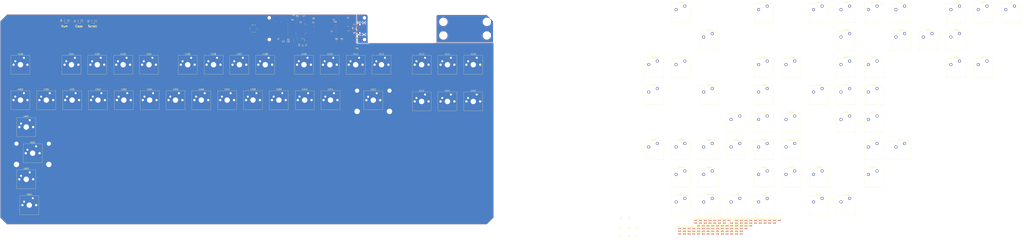
<source format=kicad_pcb>
(kicad_pcb (version 20210228) (generator pcbnew)
  (title_block (date "2021-03-30"))
  (layers (0 "F.Cu" signal) (1 "In1.Cu" signal) (2 "In2.Cu" signal) (31 "B.Cu" signal) (34 "B.Paste" user) (35 "F.Paste" user) (36 "B.SilkS" user "B.Silkscreen") (37 "F.SilkS" user "F.Silkscreen") (38 "B.Mask" user) (39 "F.Mask" user) (44 "Edge.Cuts" user))
  (net 0 "")
  (net 1 "GND")
  (net 2 "VCC")
  (net 3 "RST")
  (net 4 "SCK")
  (net 5 "MOSI")
  (net 6 "MISO")
  (net 7 "XTAL_1")
  (net 8 "XTAL_2")
  (net 9 "Net-(C3-Pad1)")
  (net 10 "Net-(D114-Pad2)")
  (net 11 "Net-(D206-Pad2)")
  (net 12 "Net-(D207-Pad2)")
  (net 13 "Net-(D304-Pad2)")
  (net 14 "Net-(D306-Pad2)")
  (net 15 "Net-(D307-Pad2)")
  (net 16 "row0")
  (net 17 "Net-(D314-Pad2)")
  (net 18 "Net-(D400-Pad2)")
  (net 19 "Net-(D401-Pad2)")
  (net 20 "Net-(D402-Pad2)")
  (net 21 "Net-(D406-Pad2)")
  (net 22 "Net-(D408-Pad2)")
  (net 23 "Net-(D409-Pad2)")
  (net 24 "Net-(D410-Pad2)")
  (net 25 "Net-(D500-Pad2)")
  (net 26 "Net-(D506-Pad2)")
  (net 27 "Net-(D508-Pad2)")
  (net 28 "Net-(D509-Pad2)")
  (net 29 "Net-(D510-Pad2)")
  (net 30 "Net-(D512-Pad2)")
  (net 31 "Net-(D600-Pad2)")
  (net 32 "Net-(D601-Pad2)")
  (net 33 "Net-(D104-Pad2)")
  (net 34 "Net-(D606-Pad2)")
  (net 35 "Net-(D106-Pad2)")
  (net 36 "Net-(D608-Pad2)")
  (net 37 "Net-(D609-Pad2)")
  (net 38 "Net-(D611-Pad2)")
  (net 39 "LED-CAPSLOCK")
  (net 40 "LED-SCROLLOCK")
  (net 41 "D+")
  (net 42 "D-")
  (net 43 "col5")
  (net 44 "col8")
  (net 45 "row3")
  (net 46 "row1")
  (net 47 "row4")
  (net 48 "row2")
  (net 49 "row5")
  (net 50 "col11")
  (net 51 "col0")
  (net 52 "col1")
  (net 53 "col12")
  (net 54 "col13")
  (net 55 "col6")
  (net 56 "col7")
  (net 57 "col9")
  (net 58 "col10")
  (net 59 "Net-(L1-Pad1)")
  (net 60 "Net-(L2-Pad1)")
  (net 61 "Net-(L3-Pad1)")
  (net 62 "col14")
  (net 63 "col15")
  (net 64 "GNDPWR")
  (net 66 "Net-(F1-Pad1)")
  (net 67 "backlight")
  (net 69 "CC1")
  (net 70 "CC2")
  (net 71 "Net-(R3-Pad2)")
  (net 72 "Net-(R7-Pad2)")
  (net 73 "Net-(R9-Pad1)")
  (net 75 "Net-(D100-Pad2)")
  (net 76 "Net-(D101-Pad2)")
  (net 77 "Net-(D102-Pad2)")
  (net 78 "Net-(D103-Pad2)")
  (net 79 "Net-(D105-Pad2)")
  (net 80 "Net-(D107-Pad2)")
  (net 81 "Net-(D108-Pad2)")
  (net 82 "Net-(D109-Pad2)")
  (net 83 "Net-(D110-Pad2)")
  (net 84 "Net-(D111-Pad2)")
  (net 85 "Net-(D112-Pad2)")
  (net 86 "Net-(D113-Pad2)")
  (net 87 "Net-(D115-Pad2)")
  (net 88 "Net-(D200-Pad2)")
  (net 89 "Net-(D201-Pad2)")
  (net 90 "Net-(K202-Pad2)")
  (net 91 "Net-(D203-Pad2)")
  (net 92 "Net-(K204-Pad2)")
  (net 93 "Net-(D205-Pad2)")
  (net 94 "Net-(K208-Pad2)")
  (net 95 "Net-(D209-Pad2)")
  (net 96 "Net-(D210-Pad2)")
  (net 97 "Net-(D211-Pad2)")
  (net 98 "Net-(D212-Pad2)")
  (net 99 "Net-(D213-Pad2)")
  (net 100 "Net-(D214-Pad2)")
  (net 101 "Net-(D215-Pad2)")
  (net 102 "Net-(D300-Pad2)")
  (net 103 "Net-(D301-Pad2)")
  (net 104 "Net-(D302-Pad2)")
  (net 105 "Net-(D303-Pad2)")
  (net 106 "Net-(D305-Pad2)")
  (net 107 "Net-(D308-Pad2)")
  (net 108 "Net-(D309-Pad2)")
  (net 109 "Net-(D310-Pad2)")
  (net 110 "Net-(D311-Pad2)")
  (net 111 "Net-(D312-Pad2)")
  (net 112 "Net-(D313-Pad2)")
  (net 113 "Net-(D315-Pad2)")
  (net 114 "Net-(D403-Pad2)")
  (net 115 "Net-(D404-Pad2)")
  (net 116 "Net-(D405-Pad2)")
  (net 117 "Net-(D407-Pad2)")
  (net 118 "Net-(D411-Pad2)")
  (net 119 "Net-(D412-Pad2)")
  (net 120 "Net-(D501-Pad2)")
  (net 121 "Net-(D502-Pad2)")
  (net 122 "Net-(D503-Pad2)")
  (net 123 "Net-(D504-Pad2)")
  (net 124 "Net-(D505-Pad2)")
  (net 125 "Net-(D507-Pad2)")
  (net 126 "Net-(D511-Pad2)")
  (net 127 "Net-(D513-Pad2)")
  (net 128 "Net-(D602-Pad2)")
  (net 129 "Net-(D603-Pad2)")
  (net 130 "Net-(D604-Pad2)")
  (net 131 "Net-(D605-Pad2)")
  (net 132 "Net-(D607-Pad2)")
  (net 133 "Net-(D610-Pad2)")
  (net 134 "Net-(D612-Pad2)")
  (net 135 "Net-(D613-Pad2)")
  (net 136 "Net-(D614-Pad2)")
  (footprint "Capacitor_SMD:C_0805_2012Metric_Pad1.18x1.45mm_HandSolder" (layer "F.Cu") (at 265 60.5 180)
    (fp_text reference "C8")
    (fp_text value "4.7u")
  )
  (footprint "LED_SMD:LED_0805_2012Metric_Pad1.15x1.40mm_HandSolder" (layer "F.Cu") (at 66.5 56.675 90)
    (fp_text reference "L3")
    (fp_text value "LED")
  )
  (footprint "Resistor_SMD:R_0603_1608Metric" (layer "F.Cu") (at 229.6 62.5)
    (fp_text reference "R3")
    (fp_text value "22")
  )
  (footprint "Capacitor_SMD:C_0603_1608Metric" (layer "F.Cu") (at 248.725 64.5)
    (fp_text reference "C4")
    (fp_text value "0.1u")
  )
  (footprint "LED_SMD:LED_0805_2012Metric_Pad1.15x1.40mm_HandSolder" (layer "F.Cu") (at 86.5 56.675 90)
    (fp_text reference "L1")
    (fp_text value "LED")
  )
  (footprint "Resistor_SMD:R_0603_1608Metric" (layer "F.Cu") (at 74.5 56.675 -90)
    (fp_text reference "R4")
    (fp_text value "1k")
  )
  (footprint "Resistor_SMD:R_0603_1608Metric" (layer "F.Cu") (at 248.725 60.5)
    (fp_text reference "R9")
    (fp_text value "10k")
  )
  (footprint "Resistor_SMD:R_0603_1608Metric" (layer "F.Cu") (at 234 70 180)
    (fp_text reference "R1")
    (fp_text value "10k")
  )
  (footprint "Resistor_SMD:R_0603_1608Metric" (layer "F.Cu") (at 84.5 56.675 -90)
    (fp_text reference "R2")
    (fp_text value "1k")
  )
  (footprint "Resistor_SMD:R_0603_1608Metric" (layer "F.Cu") (at 64.5 56.675 -90)
    (fp_text reference "R8")
    (fp_text value "1k")
  )
  (footprint "LED_SMD:LED_0805_2012Metric_Pad1.15x1.40mm_HandSolder" (layer "F.Cu") (at 76.5 56.675 90)
    (fp_text reference "L2")
    (fp_text value "LED")
  )
  (footprint "Capacitor_SMD:C_0603_1608Metric" (layer "F.Cu") (at 234 72 180)
    (fp_text reference "C6")
    (fp_text value "0.1u")
  )
  (footprint "Capacitor_SMD:C_0805_2012Metric_Pad1.18x1.45mm_HandSolder" (layer "F.Cu") (at 229.6 65.9 180)
    (fp_text reference "C3")
    (fp_text value "1u")
  )
  (footprint "Capacitor_SMD:C_0603_1608Metric" (layer "F.Cu") (at 241.5 55.6 90)
    (fp_text reference "C7")
    (fp_text value "0.1u")
  )
  (footprint "Capacitor_SMD:C_0603_1608Metric" (layer "F.Cu") (at 236.5 55.6 90)
    (fp_text reference "C5")
    (fp_text value "0.1u")
  )
  (footprint "Button_Switch_SMD:SW_SPST_TL3342" (layer "F.Cu") (at 204.5 62.5)
    (fp_text reference "SW1" hide)
    (fp_text value "SW_Push")
  )
  (footprint "Diode_SMD:D_0402_1005Metric_Pad0.77x0.64mm_HandSolder" (layer "F.Cu") (at 552.61 213.45)
    (fp_text reference "D207")
    (fp_text value "D")
  )
  (footprint "Button_Switch_Keyboard:SW_Cherry_MX_1.00u_PCB" (layer "F.Cu") (at 622.545 45.925)
    (fp_text reference "K310")
    (fp_text value "SW_Push")
  )
  (footprint "Button_Switch_Keyboard:SW_Cherry_MX_1.00u_PCB" (layer "F.Cu") (at 561.945 187.325)
    (fp_text reference "K407")
    (fp_text value "SW_Push")
  )
  (footprint "Resistor_SMD:R_0805_2012Metric_Pad1.20x1.40mm_HandSolder" (layer "F.Cu") (at 280.5 72)
    (fp_text reference "FB1")
    (fp_text value "FerriteBead_Small")
  )
  (footprint "Diode_SMD:D_0402_1005Metric_Pad0.77x0.64mm_HandSolder" (layer "F.Cu") (at 542.14 213.45)
    (fp_text reference "D102")
    (fp_text value "D")
  )
  (footprint "Button_Switch_Keyboard:SW_Cherry_MX_1.00u_PCB" (layer "F.Cu") (at 642.745 106.525)
    (fp_text reference "K314")
    (fp_text value "SW_Push")
  )
  (footprint "Diode_SMD:D_0402_1005Metric_Pad0.77x0.64mm_HandSolder" (layer "F.Cu") (at 540.08 203.5)
    (fp_text reference "D201")
    (fp_text value "D")
  )
  (footprint "Button_Switch_Keyboard:SW_Cherry_MX_1.00u_PCB" (layer "F.Cu") (at 662.945 45.925)
    (fp_text reference "K401")
    (fp_text value "SW_Push")
  )
  (footprint "Button_Switch_Keyboard:SW_Cherry_MX_1.00u_PCB" (layer "F.Cu") (at 501.345 106.525)
    (fp_text reference "K307")
    (fp_text value "SW_Push")
  )
  (footprint "Button_Switch_Keyboard:SW_Cherry_MX_1.00u_PCB" (layer "F.Cu") (at 622.545 106.525)
    (fp_text reference "K613")
    (fp_text value "SW_Push")
  )
  (footprint "Diode_SMD:D_0402_1005Metric_Pad0.77x0.64mm_HandSolder" (layer "F.Cu") (at 547.06 203.5)
    (fp_text reference "D106")
    (fp_text value "D")
  )
  (footprint "Button_Switch_Keyboard:SW_Cherry_MX_1.00u_PCB" (layer "F.Cu") (at 541.745 187.325)
    (fp_text reference "K609")
    (fp_text value "SW_Push")
  )
  (footprint "Diode_SMD:D_0402_1005Metric_Pad0.77x0.64mm_HandSolder" (layer "F.Cu") (at 566.57 203.5)
    (fp_text reference "D208")
    (fp_text value "D")
  )
  (footprint "Button_Switch_Keyboard:SW_Cherry_MX_1.00u_PCB" (layer "F.Cu") (at 723.545 45.925)
    (fp_text reference "K309")
    (fp_text value "SW_Push")
  )
  (footprint "Button_Switch_Keyboard:SW_Cherry_MX_1.00u_PCB" (layer "F.Cu") (at 521.545 146.925)
    (fp_text reference "K608")
    (fp_text value "SW_Push")
  )
  (footprint "Diode_SMD:D_0402_1005Metric_Pad0.77x0.64mm_HandSolder" (layer "F.Cu") (at 587.51 205.49)
    (fp_text reference "D410")
    (fp_text value "D")
  )
  (footprint "Button_Switch_Keyboard:SW_Cherry_MX_1.00u_PCB" (layer "F.Cu") (at 521.545 86.325)
    (fp_text reference "K406")
    (fp_text value "SW_Push")
  )
  (footprint "Diode_SMD:D_0402_1005Metric_Pad0.77x0.64mm_HandSolder" (layer "F.Cu") (at 566.57 205.49)
    (fp_text reference "D604")
    (fp_text value "D")
  )
  (footprint "Diode_SMD:D_0402_1005Metric_Pad0.77x0.64mm_HandSolder" (layer "F.Cu") (at 550.55 205.49)
    (fp_text reference "D608")
    (fp_text value "D")
  )
  (footprint "Button_Switch_Keyboard:SW_Cherry_MX_1.00u_PCB" (layer "F.Cu") (at 642.745 66.125)
    (fp_text reference "K408")
    (fp_text value "SW_Push")
  )
  (footprint "Diode_SMD:D_0402_1005Metric_Pad0.77x0.64mm_HandSolder" (layer "F.Cu") (at 552.61 209.47)
    (fp_text reference "D114")
    (fp_text value "D")
  )
  (footprint "Diode_SMD:D_0402_1005Metric_Pad0.77x0.64mm_HandSolder" (layer "F.Cu") (at 528.18 209.45)
    (fp_text reference "D211")
    (fp_text value "D")
  )
  (footprint "Diode_SMD:D_0402_1005Metric_Pad0.77x0.64mm_HandSolder" (layer "F.Cu") (at 563.08 203.5)
    (fp_text reference "D408")
    (fp_text value "D")
  )
  (footprint "Button_Switch_Keyboard:SW_Cherry_MX_1.00u_PCB" (layer "F.Cu") (at 73.04 83.92)
    (fp_text reference "K101")
    (fp_text value "SW_Push")
  )
  (footprint "Button_Switch_Keyboard:SW_Cherry_MX_1.00u_PCB" (layer "F.Cu") (at 743.745 45.925)
    (fp_text reference "K614")
    (fp_text value "SW_Push")
  )
  (footprint "MountingHole:MountingHole_2.2mm_M2" (layer "F.Cu") (at 474.55 218.45)
    (fp_text reference "H4")
    (fp_text value "MountingHole_2.2mm")
  )
  (footprint "Button_Switch_Keyboard:SW_Cherry_MX_1.00u_PCB" (layer "F.Cu") (at 263.54 109.92)
    (fp_text reference "K211")
    (fp_text value "SW_Push")
  )
  (footprint "Diode_SMD:D_0402_1005Metric_Pad0.77x0.64mm_HandSolder" (layer "F.Cu") (at 538.65 211.46)
    (fp_text reference "D205")
    (fp_text value "D")
  )
  (footprint "Diode_SMD:D_0402_1005Metric_Pad0.77x0.64mm_HandSolder" (layer "F.Cu") (at 543.57 205.49)
    (fp_text reference "D310")
    (fp_text value "D")
  )
  (footprint "Diode_SMD:D_0402_1005Metric_Pad0.77x0.64mm_HandSolder" (layer "F.Cu") (at 556.1 207.48)
    (fp_text reference "D614")
    (fp_text value "D")
  )
  (footprint "Diode_SMD:D_0402_1005Metric_Pad0.77x0.64mm_HandSolder" (layer "F.Cu") (at 545.63 211.46)
    (fp_text reference "D505")
    (fp_text value "D")
  )
  (footprint "Button_Switch_Keyboard:SW_Cherry_MX_1.00u_PCB" (layer "F.Cu") (at 763.945 45.925)
    (fp_text reference "K607")
    (fp_text value "SW_Push")
  )
  (footprint "Diode_SMD:D_0402_1005Metric_Pad0.77x0.64mm_HandSolder" (layer "F.Cu") (at 521.2 209.45)
    (fp_text reference "D502")
    (fp_text value "D")
  )
  (footprint "Button_Switch_Keyboard:SW_Cherry_MX_1.00u_PCB" (layer "F.Cu") (at 582.145 146.925)
    (fp_text reference "K508")
    (fp_text value "SW_Push")
  )
  (footprint "Diode_SMD:D_0402_1005Metric_Pad0.77x0.64mm_HandSolder" (layer "F.Cu") (at 554.04 203.5)
    (fp_text reference "D500")
    (fp_text value "D")
  )
  (footprint "Diode_SMD:D_0402_1005Metric_Pad0.77x0.64mm_HandSolder" (layer "F.Cu") (at 587.51 203.5)
    (fp_text reference "D204")
    (fp_text value "D")
  )
  (footprint "Diode_SMD:D_0402_1005Metric_Pad0.77x0.64mm_HandSolder" (layer "F.Cu") (at 531.67 213.45)
    (fp_text reference "D508")
    (fp_text value "D")
  )
  (footprint "Diode_SMD:D_0402_1005Metric_Pad0.77x0.64mm_HandSolder" (layer "F.Cu") (at 559.59 211.46)
    (fp_text reference "D109")
    (fp_text value "D")
  )
  (footprint "MountingHole:MountingHole_5.3mm_M5_ISO14580" (layer "F.Cu") (at 376 67.5)
    (fp_text reference "H15" hide)
    (fp_text value "MountingHole")
  )
  (footprint "Diode_SMD:D_0402_1005Metric_Pad0.77x0.64mm_HandSolder" (layer "F.Cu") (at 549.12 207.48)
    (fp_text reference "D403")
    (fp_text value "D")
  )
  (footprint "Button_Switch_Keyboard:SW_Cherry_MX_1.00u_PCB" (layer "F.Cu") (at 703.345 66.125)
    (fp_text reference "K512")
    (fp_text value "SW_Push")
  )
  (footprint "Diode_SMD:D_0402_1005Metric_Pad0.77x0.64mm_HandSolder" (layer "F.Cu") (at 542.14 209.47)
    (fp_text reference "D603")
    (fp_text value "D")
  )
  (footprint "Button_Switch_Keyboard:SW_Cherry_MX_1.00u_PCB" (layer "F.Cu") (at 244.04 83.92)
    (fp_text reference "K109")
    (fp_text value "SW_Push")
  )
  (footprint "Diode_SMD:D_0402_1005Metric_Pad0.77x0.64mm_HandSolder" (layer "F.Cu") (at 542.14 207.48)
    (fp_text reference "D108")
    (fp_text value "D")
  )
  (footprint "Diode_SMD:D_0402_1005Metric_Pad0.77x0.64mm_HandSolder" (layer "F.Cu") (at 563.08 213.45)
    (fp_text reference "D200")
    (fp_text value "D")
  )
  (footprint "Button_Switch_Keyboard:SW_Cherry_MX_1.00u_PCB" (layer "F.Cu") (at 92.54 109.92)
    (fp_text reference "K202")
    (fp_text value "SW_Push")
  )
  (footprint "Button_Switch_Keyboard:SW_Cherry_MX_1.00u_PCB" (layer "F.Cu") (at 541.745 106.525)
    (fp_text reference "K303")
    (fp_text value "SW_Push")
  )
  (footprint "Button_Switch_Keyboard:SW_Cherry_MX_1.00u_PCB" (layer "F.Cu") (at 662.945 106.525)
    (fp_text reference "K404")
    (fp_text value "SW_Push")
  )
  (footprint "Package_TO_SOT_SMD:SOT-23-6" (layer "F.Cu") (at 274 62.5 180)
    (fp_text reference "U1")
    (fp_text value "USBLC6-4SC6")
  )
  (footprint "Button_Switch_Keyboard:SW_Cherry_MX_1.00u_PCB" (layer "F.Cu") (at 582.145 106.525)
    (fp_text reference "K302")
    (fp_text value "SW_Push")
  )
  (footprint "Diode_SMD:D_0402_1005Metric_Pad0.77x0.64mm_HandSolder" (layer "F.Cu") (at 517.71 209.45)
    (fp_text reference "D503")
    (fp_text value "D")
  )
  (footprint "Button_Switch_Keyboard:SW_Cherry_MX_1.00u_PCB" (layer "F.Cu") (at 602.345 167.125)
    (fp_text reference "K507")
    (fp_text value "SW_Push")
  )
  (footprint "Diode_SMD:D_0402_1005Metric_Pad0.77x0.64mm_HandSolder" (layer "F.Cu") (at 584.02 203.5)
    (fp_text reference "D111")
    (fp_text value "D")
  )
  (footprint "Button_Switch_Keyboard:SW_Cherry_MX_1.00u_PCB" (layer "F.Cu") (at 349.54 83.92)
    (fp_text reference "K114")
    (fp_text value "SW_Push")
  )
  (footprint "Diode_SMD:D_0402_1005Metric_Pad0.77x0.64mm_HandSolder" (layer "F.Cu") (at 528.18 213.45)
    (fp_text reference "D501")
    (fp_text value "D")
  )
  (footprint "Button_Switch_Keyboard:SW_Cherry_MX_1.50u_PCB" (layer "F.Cu") (at 39.79 168.17)
    (fp_text reference "K603")
    (fp_text value "SW_Push")
  )
  (footprint "Diode_SMD:D_0402_1005Metric_Pad0.77x0.64mm_HandSolder" (layer "F.Cu") (at 517.71 213.43)
    (fp_text reference "D511")
    (fp_text value "D")
  )
  (footprint "Button_Switch_Keyboard:SW_Cherry_MX_1.00u_PCB" (layer "F.Cu") (at 111.04 83.92)
    (fp_text reference "K103")
    (fp_text value "SW_Push")
  )
  (footprint "Diode_SMD:D_0402_1005Metric_Pad0.77x0.64mm_HandSolder" (layer "F.Cu") (at 524.69 213.45)
    (fp_text reference "D304")
    (fp_text value "D")
  )
  (footprint "Diode_SMD:D_0402_1005Metric_Pad0.77x0.64mm_HandSolder" (layer "F.Cu") (at 545.63 207.48)
    (fp_text reference "D406")
    (fp_text value "D")
  )
  (footprint "Diode_SMD:D_0402_1005Metric_Pad0.77x0.64mm_HandSolder" (layer "F.Cu") (at 570.06 207.48)
    (fp_text reference "D313")
    (fp_text value "D")
  )
  (footprint "Button_Switch_Keyboard:SW_Cherry_MX_1.00u_PCB" (layer "F.Cu") (at 561.945 146.925)
    (fp_text reference "K503")
    (fp_text value "SW_Push")
  )
  (footprint "Resistor_SMD:R_0603_1608Metric" (layer "F.Cu") (at 269.325 71.5)
    (fp_text reference "R5")
    (fp_text value "5kΩ")
  )
  (footprint "Button_Switch_Keyboard:SW_Cherry_MX_1.00u_PCB" (layer "F.Cu") (at 582.145 86.325)
    (fp_text reference "K305")
    (fp_text value "SW_Push")
  )
  (footprint "Diode_SMD:D_0402_1005Metric_Pad0.77x0.64mm_HandSolder" (layer "F.Cu") (at 559.59 209.47)
    (fp_text reference "D405")
    (fp_text value "D")
  )
  (footprint "Button_Switch_Keyboard:SW_Cherry_MX_1.00u_PCB" (layer "F.Cu") (at 662.945 167.125)
    (fp_text reference "K412")
    (fp_text value "SW_Push")
  )
  (footprint "Button_Switch_Keyboard:SW_Cherry_MX_1.00u_PCB" (layer "F.Cu") (at 561.945 126.725)
    (fp_text reference "K411")
    (fp_text value "SW_Push")
  )
  (footprint "Button_Switch_Keyboard:SW_Cherry_MX_1.00u_PCB" (layer "F.Cu") (at 642.745 86.325)
    (fp_text reference "K605")
    (fp_text value "SW_Push")
  )
  (footprint "MountingHole:MountingHole_2.2mm_M2" (layer "F.Cu") (at 474.55 205)
    (fp_text reference "H6")
    (fp_text value "MountingHole_2.2mm")
  )
  (footprint "Button_Switch_Keyboard:SW_Cherry_MX_1.00u_PCB" (layer "F.Cu") (at 662.945 126.725)
    (fp_text reference "K311")
    (fp_text value "SW_Push")
  )
  (footprint "Button_Switch_Keyboard:SW_Cherry_MX_1.00u_PCB" (layer "F.Cu") (at 130.54 109.92)
    (fp_text reference "K204")
    (fp_text value "SW_Push")
  )
  (footprint "Button_Switch_Keyboard:SW_Cherry_MX_1.00u_PCB" (layer "F.Cu") (at 196.54 83.92)
    (fp_text reference "K107")
    (fp_text value "SW_Push")
  )
  (footprint "MountingHole:MountingHole_5.3mm_M5_ISO14580" (layer "F.Cu") (at 376 57.5)
    (fp_text reference "H16" hide)
    (fp_text value "MountingHole")
  )
  (footprint "MountingHole:MountingHole_2.2mm_M2" (layer "F.Cu") (at 286 54.5)
    (fp_text reference "H2" hide)
    (fp_text value "MountingHole2.2mm")
  )
  (footprint "Diode_SMD:D_0402_1005Metric_Pad0.77x0.64mm_HandSolder" (layer "F.Cu") (at 550.55 203.5)
    (fp_text reference "D512")
    (fp_text value "D")
  )
  (footprint "Diode_SMD:D_0402_1005Metric_Pad0.77x0.64mm_HandSolder" (layer "F.Cu") (at 542.14 211.46)
    (fp_text reference "D610")
    (fp_text value "D")
  )
  (footprint "Button_Switch_Keyboard:SW_Cherry_MX_1.00u_PCB" (layer "F.Cu") (at 282.04 83.92)
    (fp_text reference "K111")
    (fp_text value "SW_Push")
  )
  (footprint "Button_Switch_Keyboard:SW_Cherry_MX_1.00u_PCB" (layer "F.Cu") (at 35.54 83.92)
    (fp_text reference "K100")
    (fp_text value "SW_Push")
  )
  (footprint "MountingHole:MountingHole_2.2mm_M2" (layer "F.Cu") (at 216 54.5)
    (fp_text reference "H8" hide)
    (fp_text value "MountingHole2.2mm")
  )
  (footprint "Diode_SMD:D_0402_1005Metric_Pad0.77x0.64mm_HandSolder" (layer "F.Cu") (at 536.59 205.49)
    (fp_text reference "D513")
    (fp_text value "D")
  )
  (footprint "Button_Switch_Keyboard:SW_Cherry_MX_1.00u_PCB" (layer "F.Cu") (at 368.54 110.92)
    (fp_text reference "K215")
    (fp_text value "SW_Push")
  )
  (footprint "Diode_SMD:D_0402_1005Metric_Pad0.77x0.64mm_HandSolder" (layer "F.Cu") (at 559.59 213.45)
    (fp_text reference "D509")
    (fp_text value "D")
  )
  (footprint "Button_Switch_Keyboard:SW_Cherry_MX_1.00u_PCB" (layer "F.Cu") (at 723.545 66.125)
    (fp_text reference "K308")
    (fp_text value "SW_Push")
  )
  (footprint "MountingHole:MountingHole_5.3mm_M5_ISO14580" (layer "F.Cu") (at 344 57.5)
    (fp_text reference "H13" hide)
    (fp_text value "MountingHole")
  )
  (footprint "Button_Switch_Keyboard:SW_Cherry_MX_1.00u_PCB" (layer "F.Cu") (at 662.945 86.325)
    (fp_text reference "K400")
    (fp_text value "SW_Push")
  )
  (footprint "Diode_SMD:D_0402_1005Metric_Pad0.77x0.64mm_HandSolder" (layer "F.Cu") (at 556.1 211.46)
    (fp_text reference "D407")
    (fp_text value "D")
  )
  (footprint "Diode_SMD:D_0402_1005Metric_Pad0.77x0.64mm_HandSolder" (layer "F.Cu") (at 552.61 211.46)
    (fp_text reference "D401")
    (fp_text value "D")
  )
  (footprint "Button_Switch_Keyboard:SW_Cherry_MX_1.00u_PCB" (layer "F.Cu") (at 158.54 83.92)
    (fp_text reference "K105")
    (fp_text value "SW_Push")
  )
  (footprint "Button_Switch_Keyboard:SW_Cherry_MX_1.00u_PCB" (layer "F.Cu") (at 111.54 109.92)
    (fp_text reference "K203")
    (fp_text value "SW_Push")
  )
  (footprint "Button_Switch_Keyboard:SW_Cherry_MX_1.00u_PCB" (layer "F.Cu") (at 582.145 167.125)
    (fp_text reference "K513")
    (fp_text value "SW_Push")
  )
  (footprint "Diode_SMD:D_0402_1005Metric_Pad0.77x0.64mm_HandSolder" (layer "F.Cu") (at 531.67 209.47)
    (fp_text reference "D303")
    (fp_text value "D")
  )
  (footprint "Button_Switch_Keyboard:SW_Cherry_MX_1.00u_PCB" (layer "F.Cu") (at 541.745 146.925)
    (fp_text reference "K306")
    (fp_text value "SW_Push")
  )
  (footprint "MountingHole:MountingHole_2.2mm_M2" (layer "F.Cu") (at 480.5 205)
    (fp_text reference "H9")
    (fp_text value "MountingHole2.2mm")
  )
  (footprint "Button_Switch_Keyboard:SW_Cherry_MX_1.00u_PCB" (layer "F.Cu") (at 177.54 83.92)
    (fp_text reference "K106")
    (fp_text value "SW_Push")
  )
  (footprint "Button_Switch_Keyboard:SW_Cherry_MX_1.00u_PCB" (layer "F.Cu") (at 54.54 109.92)
    (fp_text reference "K200")
    (fp_text value "SW_Push")
  )
  (footprint "Button_Switch_Keyboard:SW_Cherry_MX_1.00u_PCB" (layer "F.Cu") (at 602.345 126.725)
    (fp_text reference "K505")
    (fp_text value "SW_Push")
  )
  (footprint "Button_Switch_Keyboard:SW_Cherry_MX_1.00u_PCB" (layer "F.Cu") (at 582.145 45.925)
    (fp_text reference "K611")
    (fp_text value "SW_Push")
  )
  (footprint "Diode_SMD:D_0402_1005Metric_Pad0.77x0.64mm_HandSolder" (layer "F.Cu") (at 528.18 211.46)
    (fp_text reference "D606")
    (fp_text value "D")
  )
  (footprint "Diode_SMD:D_0402_1005Metric_Pad0.77x0.64mm_HandSolder" (layer "F.Cu") (at 570.06 203.5)
    (fp_text reference "D409")
    (fp_text value "D")
  )
  (footprint "Button_Switch_Keyboard:SW_Cherry_MX_1.00u_PCB" (layer "F.Cu") (at 501.345 146.925)
    (fp_text reference "K506")
    (fp_text value "SW_Push")
  )
  (footprint "Resistor_SMD:R_0603_1608Metric" (layer "F.Cu") (at 265.315 71.5)
    (fp_text reference "R6")
    (fp_text value "5kΩ")
  )
  (footprint "Button_Switch_Keyboard:SW_Cherry_MX_1.00u_PCB" (layer "F.Cu") (at 215.54 83.92)
    (fp_text reference "K108")
    (fp_text value "SW_Push")
  )
  (footprint "Diode_SMD:D_0402_1005Metric_Pad0.77x0.64mm_HandSolder" (layer "F.Cu") (at 584.02 205.49)
    (fp_text reference "D302")
    (fp_text value "D")
  )
  (footprint "Button_Switch_Keyboard:SW_Cherry_MX_1.00u_PCB" (layer "F.Cu") (at 73.54 109.92)
    (fp_text reference "K201")
    (fp_text value "SW_Push")
  )
  (footprint "Diode_SMD:D_0402_1005Metric_Pad0.77x0.64mm_HandSolder" (layer "F.Cu") (at 545.63 213.45)
    (fp_text reference "D101")
    (fp_text value "D")
  )
  (footprint "Package_DFN_QFN:QFN-44-1EP_7x7mm_P0.5mm_EP5.2x5.2mm" (layer "F.Cu") (at 239 62.5)
    (fp_text reference "U2")
    (fp_text value "ATmega32U4-M")
  )
  (footprint "Button_Switch_Keyboard:SW_Cherry_MX_2.25u_PCB" (layer "F.Cu") (at 295 110)
    (fp_text reference "K212")
    (fp_text value "SW_Push")
  )
  (footprint "Diode_SMD:D_0402_1005Metric_Pad0.77x0.64mm_HandSolder" (layer "F.Cu") (at 577.04 205.49)
    (fp_text reference "D202")
    (fp_text value "D")
  )
  (footprint "Diode_SMD:D_0402_1005Metric_Pad0.77x0.64mm_HandSolder" (layer "F.Cu") (at 580.53 205.49)
    (fp_text reference "D308")
    (fp_text value "D")
  )
  (footprint "Diode_SMD:D_0402_1005Metric_Pad0.77x0.64mm_HandSolder" (layer "F.Cu") (at 556.1 205.49)
    (fp_text reference "D203")
    (fp_text value "D")
  )
  (footprint "Diode_SMD:D_0402_1005Metric_Pad0.77x0.64mm_HandSolder" (layer "F.Cu") (at 524.69 209.45)
    (fp_text reference "D601")
    (fp_text value "D")
  )
  (footprint "MountingHole:MountingHole_5.3mm_M5_ISO14580" (layer "F.Cu") (at 344 67.5)
    (fp_text reference "H14" hide)
    (fp_text value "MountingHole")
  )
  (footprint "Diode_SMD:D_0402_1005Metric_Pad0.77x0.64mm_HandSolder" (layer "F.Cu") (at 566.57 207.48)
    (fp_text reference "D602")
    (fp_text value "D")
  )
  (footprint "Diode_SMD:D_0402_1005Metric_Pad0.77x0.64mm_HandSolder" (layer "F.Cu") (at 573.55 205.49)
    (fp_text reference "D411")
    (fp_text value "D")
  )
  (footprint "MountingHole:MountingHole_2.2mm_M2" (layer "F.Cu") (at 216 70.5)
    (fp_text reference "H11" hide)
    (fp_text value "MountingHole_2.2mm")
  )
  (footprint "Diode_SMD:D_0402_1005Metric_Pad0.77x0.64mm_HandSolder" (layer "F.Cu") (at 524.69 211.44)
    (fp_text reference "D104")
    (fp_text value "D")
  )
  (footprint "Button_Switch_Keyboard:SW_Cherry_MX_1.75u_PCB" (layer "F.Cu") (at 42.04 187.17)
    (fp_text reference "K604")
    (fp_text value "SW_Push")
  )
  (footprint "Button_Switch_Keyboard:SW_Cherry_MX_1.00u_PCB" (layer "F.Cu") (at 187.54 109.92)
    (fp_text reference "K207")
    (fp_text value "SW_Push")
  )
  (footprint "Button_Switch_Keyboard:SW_Cherry_MX_1.00u_PCB" (layer "F.Cu") (at 206.54 109.92)
    (fp_text reference "K208")
    (fp_text value "SW_Push")
  )
  (footprint "Diode_SMD:D_0402_1005Metric_Pad0.77x0.64mm_HandSolder" (layer "F.Cu") (at 559.59 205.49)
    (fp_text reference "D510")
    (fp_text value "D")
  )
  (footprint "Diode_SMD:D_0402_1005Metric_Pad0.77x0.64mm_HandSolder" (layer "F.Cu") (at 556.1 209.47)
    (fp_text reference "D402")
    (fp_text value "D")
  )
  (footprint "Button_Switch_Keyboard:SW_Cherry_MX_1.00u_PCB" (layer "F.Cu") (at 225.54 109.92)
    (fp_text reference "K209")
    (fp_text value "SW_Push")
  )
  (footprint "Diode_SMD:D_0402_1005Metric_Pad0.77x0.64mm_HandSolder" (layer "F.Cu") (at 517.71 211.44)
    (fp_text reference "D309")
    (fp_text value "D")
  )
  (footprint "Button_Switch_Keyboard:SW_Cherry_MX_1.00u_PCB" (layer "F.Cu") (at 244.54 109.92)
    (fp_text reference "K210")
    (fp_text value "SW_Push")
  )
  (footprint "MountingHole:MountingHole_2.2mm_M2" (layer "F.Cu") (at 286 70.5)
    (fp_text reference "H5" hide)
    (fp_text value "MountingHole_2.2mm")
  )
  (footprint "MountingHole:MountingHole_2.2mm_M2" (layer "F.Cu") (at 480.5 218.45)
    (fp_text reference "H3")
    (fp_text value "MountingHole2.2mm")
  )
  (footprint "Button_Switch_Keyboard:SW_Cherry_MX_1.00u_PCB" (layer "F.Cu") (at 642.745 187.325)
    (fp_text reference "K511")
    (fp_text value "SW_Push")
  )
  (footprint "Diode_SMD:D_0402_1005Metric_Pad0.77x0.64mm_HandSolder" (layer "F.Cu") (at 535.16 207.48)
    (fp_text reference "D103")
    (fp_text value "D")
  )
  (footprint "Diode_SMD:D_0402_1005Metric_Pad0.77x0.64mm_HandSolder" (layer "F.Cu") (at 529.61 205.49)
    (fp_text reference "D107")
    (fp_text value "D")
  )
  (footprint "Diode_SMD:D_0402_1005Metric_Pad0.77x0.64mm_HandSolder" (layer "F.Cu") (at 559.59 207.48)
    (fp_text reference "D600")
    (fp_text value "D")
  )
  (footprint "Diode_SMD:D_0402_1005Metric_Pad0.77x0.64mm_HandSolder" (layer "F.Cu") (at 543.57 203.5)
    (fp_text reference "D213")
    (fp_text value "D")
  )
  (footprint "MountingHole:MountingHole_2.2mm_M2" (layer "F.Cu") (at 486.45 212.5)
    (fp_text reference "H12")
    (fp_text value "MountingHole_2.2mm")
  )
  (footprint "Connector_USB:USB_C_Receptacle_JAE_DX07S016JA1R1500" (layer "F.Cu") (at 284.5 62.5 90)
    (fp_text reference "J1")
    (fp_text value "USB_C_Receptacle_USB2.0")
  )
  (footprint "Diode_SMD:D_0402_1005Metric_Pad0.77x0.64mm_HandSolder" (layer "F.Cu") (at 577.04 203.5)
    (fp_text reference "D605")
    (fp_text value "D")
  )
  (footprint "Button_Switch_Keyboard:SW_Cherry_MX_1.00u_PCB" (layer "F.Cu") (at 602.345 86.325)
    (fp_text reference "K304")
    (fp_text value "SW_Push")
  )
  (footprint "Button_Switch_Keyboard:SW_Cherry_MX_1.00u_PCB" (layer "F.Cu") (at 743.745 86.325)
    (fp_text reference "K300")
    (fp_text value "SW_Push")
  )
  (footprint "Button_Switch_Keyboard:SW_Cherry_MX_1.50u_PCB" (layer "F.Cu") (at 39.79 129.75)
    (fp_text reference "K601")
    (fp_text value "SW_Push")
  )
  (footprint "Diode_SMD:D_0402_1005Metric_Pad0.77x0.64mm_HandSolder" (layer "F.Cu") (at 531.67 211.46)
    (fp_text reference "D306")
    (fp_text value "D")
  )
  (footprint "Diode_SMD:D_0402_1005Metric_Pad0.77x0.64mm_HandSolder" (layer "F.Cu") (at 547.06 205.49)
    (fp_text reference "D212")
    (fp_text value "D")
  )
  (footprint "Button_Switch_Keyboard:SW_Cherry_MX_1.00u_PCB" (layer "F.Cu") (at 149.54 109.92)
    (fp_text reference "K205")
    (fp_text value "SW_Push")
  )
  (footprint "Button_Switch_Keyboard:SW_Cherry_MX_1.00u_PCB" (layer "F.Cu") (at 683.145 45.925)
    (fp_text reference "K301")
    (fp_text value "SW_Push")
  )
  (footprint "Diode_SMD:D_0402_1005Metric_Pad0.77x0.64mm_HandSolder" (layer "F.Cu") (at 573.55 203.5)
    (fp_text reference "D301")
    (fp_text value "D")
  )
  (footprint "Diode_SMD:D_0402_1005Metric_Pad0.77x0.64mm_HandSolder" (layer "F.Cu") (at 535.16 213.45)
    (fp_text reference "D115")
    (fp_text value "D")
  )
  (footprint "Button_Switch_Keyboard:SW_Cherry_MX_1.00u_PCB" (layer "F.Cu") (at 130.04 83.92)
    (fp_text reference "K104")
    (fp_text value "SW_Push")
  )
  (footprint "Diode_SMD:D_0402_1005Metric_Pad0.77x0.64mm_HandSolder" (layer "F.Cu") (at 566.57 209.47)
    (fp_text reference "D206")
    (fp_text value "D")
  )
  (footprint "Diode_SMD:D_0402_1005Metric_Pad0.77x0.64mm_HandSolder" (layer "F.Cu") (at 536.59 203.5)
    (fp_text reference "D215")
    (fp_text value "D")
  )
  (footprint "Diode_SMD:D_0402_1005Metric_Pad0.77x0.64mm_HandSolder" (layer "F.Cu") (at 563.08 209.47)
    (fp_text reference "D506")
    (fp_text value "D")
  )
  (footprint "Diode_SMD:D_0402_1005Metric_Pad0.77x0.64mm_HandSolder" (layer "F.Cu") (at 521.2 213.43)
    (fp_text reference "D504")
    (fp_text value "D")
  )
  (footprint "Button_Switch_Keyboard:SW_Cherry_MX_1.00u_PCB" (layer "F.Cu") (at 368.54 83.92)
    (fp_text reference "K115")
    (fp_text value "SW_Push")
  )
  (footprint "Button_Switch_Keyboard:SW_Cherry_MX_1.00u_PCB" (layer "F.Cu") (at 582.145 126.725)
    (fp_text reference "K403")
    (fp_text value "SW_Push")
  )
  (footprint "Diode_SMD:D_0402_1005Metric_Pad0.77x0.64mm_HandSolder" (layer "F.Cu") (at 563.08 207.48)
    (fp_text reference "D613")
    (fp_text value "D")
  )
  (footprint "Diode_SMD:D_0402_1005Metric_Pad0.77x0.64mm_HandSolder" (layer "F.Cu") (at 538.65 209.47)
    (fp_text reference "D307")
    (fp_text value "D")
  )
  (footprint "Diode_SMD:D_0402_1005Metric_Pad0.77x0.64mm_HandSolder" (layer "F.Cu") (at 556.1 213.45)
    (fp_text reference "D300")
    (fp_text value "D")
  )
  (footprint "Button_Switch_Keyboard:SW_Cherry_MX_1.00u_PCB" (layer "F.Cu") (at 263.04 83.92)
    (fp_text reference "K110")
    (fp_text value "SW_Push")
  )
  (footprint "Button_Switch_Keyboard:SW_Cherry_MX_1.00u_PCB" (layer "F.Cu") (at 683.145 66.125)
    (fp_text reference "K610")
    (fp_text value "SW_Push")
  )
  (footprint "Button_Switch_Keyboard:SW_Cherry_MX_1.00u_PCB" (layer "F.Cu") (at 683.145 146.925)
    (fp_text reference "K312")
    (fp_text value "SW_Push")
  )
  (footprint "Button_Switch_Keyboard:SW_Cherry_MX_1.00u_PCB" (layer "F.Cu") (at 642.745 45.925)
    (fp_text reference "K501")
    (fp_text value "SW_Push")
  )
  (footprint "Button_Switch_Keyboard:SW_Cherry_MX_1.00u_PCB" (layer "F.Cu") (at 349.54 110.92)
    (fp_text reference "K214")
    (fp_text value "SW_Push")
  )
  (footprint "Diode_SMD:D_0402_1005Metric_Pad0.77x0.64mm_HandSolder" (layer "F.Cu") (at 538.65 207.48)
    (fp_text reference "D113")
    (fp_text value "D")
  )
  (footprint "Diode_SMD:D_0402_1005Metric_Pad0.77x0.64mm_HandSolder" (layer "F.Cu") (at 549.12 211.46)
    (fp_text reference "D112")
    (fp_text value "D")
  )
  (footprint "Button_Switch_Keyboard:SW_Cherry_MX_1.00u_PCB" (layer "F.Cu") (at 330.54 83.92)
    (fp_text reference "K113")
    (fp_text value "SW_Push")
  )
  (footprint "Diode_SMD:D_0402_1005Metric_Pad0.77x0.64mm_HandSolder" (layer "F.Cu") (at 531.67 207.48)
    (fp_text reference "D607")
    (fp_text value "D")
  )
  (footprint "Button_Switch_Keyboard:SW_Cherry_MX_2.00u_PCB" (layer "F.Cu") (at 44.5 149)
    (fp_text reference "K602")
    (fp_text value "SW_Push")
  )
  (footprint "Button_Switch_Keyboard:SW_Cherry_MX_1.00u_PCB" (layer "F.Cu") (at 662.945 146.925)
    (fp_text reference "K315")
    (fp_text value "SW_Push")
  )
  (footprint "Button_Switch_Keyboard:SW_Cherry_MX_1.00u_PCB" (layer "F.Cu") (at 92.04 83.92)
    (fp_text reference "K102")
    (fp_text value "SW_Push")
  )
  (footprint "Button_Switch_Keyboard:SW_Cherry_MX_1.00u_PCB" (layer "F.Cu") (at 168.54 109.92)
    (fp_text reference "K206")
    (fp_text value "SW_Push")
  )
  (footprint "Resistor_SMD:R_0805_2012Metric_Pad1.20x1.40mm_HandSolder" (layer "F.Cu") (at 265 64.5)
    (fp_text reference "F1")
    (fp_text value "Polyfuse_Small")
  )
  (footprint "Button_Switch_Keyboard:SW_Cherry_MX_1.00u_PCB" (layer "F.Cu") (at 521.545 167.125)
    (fp_text reference "K410")
    (fp_text value "SW_Push")
  )
  (footprint "lt_foots:Conn_01x06_SMD_2mm" (layer "F.Cu") (at 222.5 57.5)
    (fp_text reference "J2")
    (fp_text value "ISP_CON")
  )
  (footprint "Button_Switch_Keyboard:SW_Cherry_MX_1.00u_PCB" (layer "F.Cu") (at 723.545 86.325)
    (fp_text reference "K502")
    (fp_text value "SW_Push")
  )
  (footprint "MountingHole:MountingHole_2.2mm_M2" (layer "F.Cu") (at 480.5 212.5)
    (fp_text reference "H10")
    (fp_text value "MountingHole_2.2mm")
  )
  (footprint "Diode_SMD:D_0402_1005Metric_Pad0.77x0.64mm_HandSolder" (layer "F.Cu") (at 559.59 203.5)
    (fp_text reference "D314")
    (fp_text value "D")
  )
  (footprint "Button_Switch_Keyboard:SW_Cherry_MX_1.00u_PCB" (layer "F.Cu") (at 541.745 167.125)
    (fp_text reference "K500")
    (fp_text value "SW_Push")
  )
  (footprint "Diode_SMD:D_0402_1005Metric_Pad0.77x0.64mm_HandSolder" (layer "F.Cu") (at 540.08 205.49)
    (fp_text reference "D311")
    (fp_text value "D")
  )
  (footprint "Resistor_SMD:R_0603_1608Metric" (layer "F.Cu") (at 229.59 59.4)
    (fp_text reference "R7")
    (fp_text value "22")
  )
  (footprint "MountingHole:MountingHole_2.2mm_M2" (layer "F.Cu") (at 474.55 212.5)
    (fp_text reference "H1")
    (fp_text value "MountingHole2.2mm")
  )
  (footprint "Diode_SMD:D_0402_1005Metric_Pad0.77x0.64mm_HandSolder" (layer "F.Cu") (at 545.63 209.47)
    (fp_text reference "D305")
    (fp_text value "D")
  )
  (footprint "Diode_SMD:D_0402_1005Metric_Pad0.77x0.64mm_HandSolder" (layer "F.Cu") (at 533.1 203.5)
    (fp_text reference "D507")
    (fp_text value "D")
  )
  (footprint "Capacitor_SMD:C_0603_1608Metric_Pad1.08x0.95mm_HandSolder" (layer "F.Cu") (at 238 71 -90)
    (fp_text reference "C2")
    (fp_text value "10pF")
  )
  (footprint "Capacitor_SMD:C_0603_1608Metric_Pad1.08x0.95mm_HandSolder" (layer "F.Cu") (at 243 71 90)
    (fp_text reference "C1")
    (fp_text value "10pF")
  )
  (footprint "Diode_SMD:D_0402_1005Metric_Pad0.77x0.64mm_HandSolder" (layer "F.Cu") (at 591 203.5)
    (fp_text reference "D100")
    (fp_text value "D")
  )
  (footprint "Button_Switch_Keyboard:SW_Cherry_MX_1.00u_PCB" (layer "F.Cu") (at 622.545 187.325)
    (fp_text reference "K409")
    (fp_text value "SW_Push")
  )
  (footprint "Button_Switch_Keyboard:SW_Cherry_MX_1.00u_PCB" (layer "F.Cu") (at 35.54 109.92)
    (fp_text reference "K600")
    (fp_text value "SW_Push")
  )
  (footprint "Diode_SMD:D_0402_1005Metric_Pad0.77x0.64mm_HandSolder" (layer "F.Cu") (at 549.12 213.45)
    (fp_text reference "D312")
    (fp_text value "D")
  )
  (footprint "Diode_SMD:D_0402_1005Metric_Pad0.77x0.64mm_HandSolder" (layer "F.Cu") (at 563.08 211.46)
    (fp_text reference "D209")
    (fp_text value "D")
  )
  (footprint "Diode_SMD:D_0402_1005Metric_Pad0.77x0.64mm_HandSolder" (layer "F.Cu") (at 535.16 211.46)
    (fp_text reference "D105")
    (fp_text value "D")
  )
  (footprint "Diode_SMD:D_0402_1005Metric_Pad0.77x0.64mm_HandSolder" (layer "F.Cu") (at 538.65 213.45)
    (fp_text reference "D315")
    (fp_text value "D")
  )
  (footprint "Diode_SMD:D_0402_1005Metric_Pad0.77x0.64mm_HandSolder" (layer "F.Cu") (at 521.2 211.44)
    (fp_text reference "D210")
    (fp_text value "D")
  )
  (footprint "Button_Switch_Keyboard:SW_Cherry_MX_1.00u_PCB" (layer "F.Cu") (at 521.545 45.925)
    (fp_text reference "K405")
    (fp_text value "SW_Push")
  )
  (footprint "Diode_SMD:D_0402_1005Metric_Pad0.77x0.64mm_HandSolder" (layer "F.Cu") (at 280.5 69.5)
    (fp_text reference "D1")
    (fp_text value "ESD9B5.0ST5G")
  )
  (footprint "Button_Switch_Keyboard:SW_Cherry_MX_1.00u_PCB" (layer "F.Cu") (at 582.145 187.325)
    (fp_text reference "K313")
    (fp_text value "SW_Push")
  )
  (footprint "MountingHole:MountingHole_2.2mm_M2" (layer "F.Cu") (at 486.45 218.45)
    (fp_text reference "H7")
    (fp_text value "MountingHole2.2mm")
  )
  (footprint "Diode_SMD:D_0402_1005Metric_Pad0.77x0.64mm_HandSolder" (layer "F.Cu") (at 563.08 205.49)
    (fp_text reference "D609")
    (fp_text value "D")
  )
  (footprint "Diode_SMD:D_0402_1005Metric_Pad0.77x0.64mm_HandSolder" (layer "F.Cu") (at 580.53 203.5)
    (fp_text reference "D214")
    (fp_text value "D")
  )
  (footprint "Button_Switch_Keyboard:SW_Cherry_MX_1.00u_PCB" (layer "F.Cu") (at 330.54 110.92)
    (fp_text reference "K213")
    (fp_text value "SW_Push")
  )
  (footprint "Diode_SMD:D_0402_1005Metric_Pad0.77x0.64mm_HandSolder" (layer "F.Cu") (at 529.61 203.5)
    (fp_text reference "D400")
    (fp_text value "D")
  )
  (footprint "Button_Switch_Keyboard:SW_Cherry_MX_1.00u_PCB" (layer "F.Cu") (at 642.745 126.725)
    (fp_text reference "K504")
    (fp_text value "SW_Push")
  )
  (footprint "Button_Switch_Keyboard:SW_Cherry_MX_1.00u_PCB" (layer "F.Cu") (at 501.345 86.325)
    (fp_text reference "K606")
    (fp_text value "SW_Push")
  )
  (footprint "Button_Switch_Keyboard:SW_Cherry_MX_1.00u_PCB" (layer "F.Cu") (at 622.545 167.125)
    (fp_text reference "K509")
    (fp_text value "SW_Push")
  )
  (footprint "Diode_SMD:D_0402_1005Metric_Pad0.77x0.64mm_HandSolder" (layer "F.Cu") (at 570.06 205.49)
    (fp_text reference "D412")
    (fp_text value "D")
  )
  (footprint "Button_Switch_Keyboard:SW_Cherry_MX_1.00u_PCB" (layer "F.Cu") (at 541.745 66.125)
    (fp_text reference "K402")
    (fp_text value "SW_Push")
  )
  (footprint "Diode_SMD:D_0402_1005Metric_Pad0.77x0.64mm_HandSolder" (layer "F.Cu") (at 549.12 209.47)
    (fp_text reference "D612")
    (fp_text value "D")
  )
  (footprint "Button_Switch_Keyboard:SW_Cherry_MX_1.00u_PCB" (layer "F.Cu") (at 602.345 146.925)
    (fp_text reference "K510")
    (fp_text value "SW_Push")
  )
  (footprint "Button_Switch_Keyboard:SW_Cherry_MX_1.00u_PCB" (layer "F.Cu") (at 301.04 83.92)
    (fp_text reference "K112")
    (fp_text value "SW_Push")
  )
  (footprint "Crystal:Crystal_SMD_2016-4Pin_2.0x1.6mm" (layer "F.Cu") (at 240.5 71 180)
    (fp_text reference "Y1")
    (fp_text value "XTAL_16MHz_GND24")
  )
  (footprint "Diode_SMD:D_0402_1005Metric_Pad0.77x0.64mm_HandSolder" (layer "F.Cu") (at 533.1 205.49)
    (fp_text reference "D611")
    (fp_text value "D")
  )
  (footprint "Button_Switch_Keyboard:SW_Cherry_MX_1.00u_PCB" (layer "F.Cu") (at 521.545 187.325)
    (fp_text reference "K612")
    (fp_text value "SW_Push")
  )
  (footprint "Diode_SMD:D_0402_1005Metric_Pad0.77x0.64mm_HandSolder" (layer "F.Cu") (at 535.16 209.47)
    (fp_text reference "D110")
    (fp_text value "D")
  )
  (footprint "Diode_SMD:D_0402_1005Metric_Pad0.77x0.64mm_HandSolder" (layer "F.Cu") (at 552.61 207.48)
    (fp_text reference "D404")
    (fp_text value "D")
  )
  (gr_line (start 381 201.5) (end 376 206.5) (layer "Edge.Cuts") (width 0.1))
  (gr_line (start 288.5 67.5) (end 288.5 68) (layer "Edge.Cuts") (width 0.1))
  (gr_line (start 376 52) (end 381 57) (layer "Edge.Cuts") (width 0.1))
  (gr_line (start 23 206.5) (end 18 201.5) (layer "Edge.Cuts") (width 0.1))
  (gr_line (start 18 201.5) (end 18 57) (layer "Edge.Cuts") (width 0.1))
  (gr_line (start 381 57) (end 381 201.5) (layer "Edge.Cuts") (width 0.1))
  (gr_line (start 376 206.5) (end 23 206.5) (layer "Edge.Cuts") (width 0.1))
  (gr_line (start 289.5 73) (end 337.5 73) (layer "Edge.Cuts") (width 0.1))
  (gr_line (start 288.5 53) (end 288.5 62) (layer "Edge.Cuts") (width 0.1))
  (gr_line (start 288.5 68) (end 288.5 72) (layer "Edge.Cuts") (width 0.1))
  (gr_line (start 23 52) (end 287.5 52) (layer "Edge.Cuts") (width 0.1))
  (gr_line (start 338.5 72) (end 338.5 53) (layer "Edge.Cuts") (width 0.1))
  (gr_line (start 337.5 73) (end 338.5 72) (layer "Edge.Cuts") (width 0.1))
  (gr_line (start 23 52) (end 18 57) (layer "Edge.Cuts") (width 0.1))
  (gr_line (start 339.5 52) (end 376 52) (layer "Edge.Cuts") (width 0.1))
  (gr_line (start 287.5 52) (end 288.5 53) (layer "Edge.Cuts") (width 0.1))
  (gr_line (start 288.5 72) (end 289.5 73) (layer "Edge.Cuts") (width 0.1))
  (gr_line (start 338.5 53) (end 339.5 52) (layer "Edge.Cuts") (width 0.1))
  (gr_line (start 288.5 62) (end 288.5 67.5) (layer "Edge.Cuts") (width 0.1))
  (gr_text "Scroll" (at 86 60.675) (layer "F.SilkS") (effects (font (size 1.5 1.5) (thickness 0.3))))
  (gr_text "Num" (at 65.401541 60.675) (layer "F.SilkS") (effects (font (size 1.5 1.5) (thickness 0.3))))
  (gr_text "Caps" (at 76 60.675) (layer "F.SilkS") (effects (font (size 1.5 1.5) (thickness 0.3))))
  (segment (start 243.5 65) (end 243.9 65.4) (width 0.2) (layer "F.Cu") (net 1))
  (segment (start 274.475 62.5) (end 275.1375 62.5) (width 0.25) (layer "F.Cu") (net 1))
  (segment (start 274 62.975) (end 274.475 62.5) (width 0.25) (layer "F.Cu") (net 1))
  (segment (start 274 64.2) (end 274 62.975) (width 0.25) (layer "F.Cu") (net 1))
  (segment (start 237 60.5) (end 239 62.5) (width 0.2) (layer "F.Cu") (net 1))
  (segment (start 238.5 62) (end 239 62.5) (width 0.2) (layer "F.Cu") (net 1))
  (segment (start 238 65.9375) (end 238 63.5) (width 0.2) (layer "F.Cu") (net 1))
  (segment (start 241 59.0625) (end 241 57.9) (width 0.2) (layer "F.Cu") (net 1))
  (segment (start 237 59.0625) (end 237 60.5) (width 0.2) (layer "F.Cu") (net 1))
  (segment (start 241 60.5) (end 239 62.5) (width 0.2) (layer "F.Cu") (net 1))
  (segment (start 237 59.0625) (end 237 57.8) (width 0.2) (layer "F.Cu") (net 1))
  (segment (start 238 63.5) (end 239 62.5) (width 0.2) (layer "F.Cu") (net 1))
  (segment (start 242.4375 65) (end 241.5 65) (width 0.2) (layer "F.Cu") (net 1))
  (segment (start 241.5 65) (end 239 62.5) (width 0.2) (layer "F.Cu") (net 1))
  (segment (start 235.5625 62) (end 238.5 62) (width 0.2) (layer "F.Cu") (net 1))
  (segment (start 275.1375 62.5) (end 274.4 62.5) (width 0.25) (layer "F.Cu") (net 1))
  (segment (start 242.4375 65) (end 243.5 65) (width 0.2) (layer "F.Cu") (net 1))
  (segment (start 241 59.0625) (end 241 60.5) (width 0.2) (layer "F.Cu") (net 1))
  (segment (start 274 62.1) (end 274 60.7) (width 0.25) (layer "F.Cu") (net 1))
  (segment (start 274.4 62.5) (end 274 62.1) (width 0.25) (layer "F.Cu") (net 1))
  (via (at 243.9 65.4) (size 0.6) (drill 0.3) (layers "F.Cu" "B.Cu") (net 1))
  (via (at 236.6 70.1) (size 0.6) (drill 0.3) (layers "F.Cu" "B.Cu") (net 1))
  (via (at 274 60.7) (size 0.6) (drill 0.3) (layers "F.Cu" "B.Cu") (net 1))
  (via (at 224.4 57.5) (size 0.6) (drill 0.3) (layers "F.Cu" "B.Cu") (net 1))
  (via (at 274 64.2) (size 0.6) (drill 0.3) (layers "F.Cu" "B.Cu") (net 1))
  (via (at 220.6 57.5) (size 0.6) (drill 0.3) (layers "F.Cu" "B.Cu") (net 1))
  (via (at 236.6 69.2) (size 0.6) (drill 0.3) (layers "F.Cu" "B.Cu") (net 1))
  (via (at 244.3 71.9) (size 0.6) (drill 0.3) (layers "F.Cu" "B.Cu") (net 1))
  (via (at 236.5 52.8) (size 1) (drill 0.5) (layers "F.Cu" "B.Cu") (net 1))
  (via (at 239.8 69.3) (size 0.6) (drill 0.3) (layers "F.Cu" "B.Cu") (net 1))
  (segment (start 237 65.9375) (end 237 67.4) (width 0.2) (layer "F.Cu") (net 2))
  (segment (start 247.95 64.5) (end 247.95 62.5) (width 0.6) (layer "F.Cu") (net 2))
  (segment (start 237 67.4) (end 236.8 67.6) (width 0.2) (layer "F.Cu") (net 2))
  (segment (start 233.175 68.125) (end 233.175 70) (width 0.2) (layer "F.Cu") (net 2))
  (segment (start 237.3 68.1) (end 237.5 67.9) (width 0.2) (layer "F.Cu") (net 2))
  (segment (start 241.5 59.0625) (end 241.5 56.2) (width 0.2) (layer "F.Cu") (net 2))
  (segment (start 234.775 70.05) (end 234.825 70) (width 0.2) (layer "F.Cu") (net 2))
  (segment (start 234.825 68.475) (end 235.2 68.1) (width 0.2) (layer "F.Cu") (net 2))
  (segment (start 235.2 68.1) (end 237.3 68.1) (width 0.2) (layer "F.Cu") (net 2))
  (segment (start 236.5 59.0625) (end 236.5 56.375) (width 0.2) (layer "F.Cu") (net 2))
  (segment (start 234.775 72) (end 234.775 70.05) (width 0.6) (layer "F.Cu") (net 2))
  (segment (start 236.8 67.6) (end 233.7 67.6) (width 0.2) (layer "F.Cu") (net 2))
  (segment (start 272.8625 62.5) (end 266.2 62.5) (width 0.6) (layer "F.Cu") (net 2))
  (segment (start 234.825 70) (end 234.825 68.475) (width 0.2) (layer "F.Cu") (net 2))
  (segment (start 242.4375 64.5) (end 247.95 64.5) (width 0.2) (layer "F.Cu") (net 2))
  (segment (start 233.7 67.6) (end 233.175 68.125) (width 0.2) (layer "F.Cu") (net 2))
  (segment (start 266.0375 64.4625) (end 266.0375 60.5) (width 0.6) (layer "F.Cu") (net 2))
  (segment (start 237.5 67.9) (end 237.5 65.9375) (width 0.2) (layer "F.Cu") (net 2))
  (segment (start 266 64.5) (end 266.0375 64.4625) (width 0.2) (layer "F.Cu") (net 2))
  (segment (start 243 70.1375) (end 242.2625 70.1375) (width 0.2) (layer "F.Cu") (net 7))
  (segment (start 240.8 68.6) (end 239.2 68.6) (width 0.2) (layer "F.Cu") (net 7))
  (segment (start 241.2 70.45) (end 241.2 69) (width 0.2) (layer "F.Cu") (net 7))
  (segment (start 241.95 70.45) (end 241.2 70.45) (width 0.2) (layer "F.Cu") (net 7))
  (segment (start 242.2625 70.1375) (end 241.95 70.45) (width 0.2) (layer "F.Cu") (net 7))
  (segment (start 239 68.4) (end 239 65.9375) (width 0.2) (layer "F.Cu") (net 7))
  (segment (start 241.2 69) (end 240.8 68.6) (width 0.2) (layer "F.Cu") (net 7))
  (segment (start 239.2 68.6) (end 239 68.4) (width 0.2) (layer "F.Cu") (net 7))
  (segment (start 238.5 68.8) (end 238.9 69.2) (width 0.2) (layer "F.Cu") (net 8))
  (segment (start 238.15 71.8) (end 239.45 71.8) (width 0.8) (layer "F.Cu") (net 8))
  (segment (start 238.5 65.9375) (end 238.5 68.8) (width 0.2) (layer "F.Cu") (net 8))
  (segment (start 238.9 69.2) (end 238.9 71.4) (width 0.2) (layer "F.Cu") (net 8))
  (segment (start 280.6 62.3) (end 280.65 62.25) (width 0.2) (layer "F.Cu") (net 41))
  (segment (start 282.15 62.25) (end 281.45 62.25) (width 0.2) (layer "F.Cu") (net 41))
  (segment (start 282.15 62.75) (end 282.2 62.7) (width 0.2) (layer "F.Cu") (net 41))
  (segment (start 281.45 62.75) (end 280.75 62.75) (width 0.2) (layer "F.Cu") (net 41))
  (segment (start 276.55 63.45) (end 275.1375 63.45) (width 0.2) (layer "F.Cu") (net 41))
  (segment (start 282.2 62.3) (end 282.15 62.25) (width 0.2) (layer "F.Cu") (net 41))
  (segment (start 277.35 62.65) (end 276.55 63.45) (width 0.2) (layer "F.Cu") (net 41))
  (segment (start 282.2 62.7) (end 282.2 62.3) (width 0.2) (layer "F.Cu") (net 41))
  (segment (start 281.45 62.25) (end 280.65 62.25) (width 0.2) (layer "F.Cu") (net 41))
  (segment (start 281.45 62.75) (end 282.15 62.75) (width 0.2) (layer "F.Cu") (net 41))
  (segment (start 280.6 62.6) (end 280.6 62.3) (width 0.2) (layer "F.Cu") (net 41))
  (segment (start 280.65 62.25) (end 277.75 62.25) (width 0.2) (layer "F.Cu") (net 41))
  (segment (start 280.75 62.75) (end 280.6 62.6) (width 0.2) (layer "F.Cu") (net 41))
  (segment (start 277.75 62.25) (end 277.35 62.65) (width 0.2) (layer "F.Cu") (net 41))
  (via (at 277.35 62.65) (size 0.6) (drill 0.3) (layers "F.Cu" "B.Cu") (net 41))
  (segment (start 282.6 61.9) (end 282.45 61.75) (width 0.2) (layer "F.Cu") (net 42))
  (segment (start 282.45 63.25) (end 282.6 63.1) (width 0.2) (layer "F.Cu") (net 42))
  (segment (start 275.3375 61.75) (end 275.1375 61.55) (width 0.2) (layer "F.Cu") (net 42))
  (segment (start 281.45 63.25) (end 282.45 63.25) (width 0.2) (layer "F.Cu") (net 42))
  (segment (start 277.35 61.75) (end 275.3375 61.75) (width 0.2) (layer "F.Cu") (net 42))
  (segment (start 281.45 61.75) (end 277.35 61.75) (width 0.2) (layer "F.Cu") (net 42))
  (segment (start 282.45 61.75) (end 281.45 61.75) (width 0.2) (layer "F.Cu") (net 42))
  (segment (start 282.6 63.1) (end 282.6 61.9) (width 0.2) (layer "F.Cu") (net 42))
  (via (at 277.35 61.75) (size 0.6) (drill 0.3) (layers "F.Cu" "B.Cu") (net 42))
  (segment (start 281.45 64.85) (end 280.15 64.85) (width 0.4) (layer "F.Cu") (net 66))
  (segment (start 279.5 65.5) (end 279.2 65.5) (width 0.4) (layer "F.Cu") (net 66))
  (segment (start 281.45 60.15) (end 280.15 60.15) (width 0.4) (layer "F.Cu") (net 66))
  (segment (start 280.15 60.15) (end 279.4 59.4) (width 0.4) (layer "F.Cu") (net 66))
  (segment (start 264 64.5) (end 262.8 64.5) (width 1) (layer "F.Cu") (net 66))
  (segment (start 278.7 65.5) (end 278.2 65.5) (width 0.4) (layer "F.Cu") (net 66))
  (segment (start 262.2 64.5) (end 261.6 64.5) (width 1) (layer "F.Cu") (net 66))
  (segment (start 278.7 59.4) (end 278.2 59.4) (width 0.4) (layer "F.Cu") (net 66))
  (segment (start 262.8 64.5) (end 262.2 64.5) (width 1) (layer "F.Cu") (net 66))
  (segment (start 279.2 65.5) (end 278.7 65.5) (width 0.4) (layer "F.Cu") (net 66))
  (segment (start 280.15 64.85) (end 279.5 65.5) (width 0.4) (layer "F.Cu") (net 66))
  (segment (start 279.2 59.4) (end 278.7 59.4) (width 0.4) (layer "F.Cu") (net 66))
  (segment (start 279.4 59.4) (end 279.2 59.4) (width 0.4) (layer "F.Cu") (net 66))
  (via (at 279.2 65.5) (size 0.6) (drill 0.3) (layers "F.Cu" "B.Cu") (net 66))
  (via (at 278.2 65.5) (size 0.6) (drill 0.3) (layers "F.Cu" "B.Cu") (net 66))
  (via (at 262.2 64.5) (size 0.6) (drill 0.4) (layers "F.Cu" "B.Cu") (net 66))
  (via (at 261.6 64.5) (size 0.6) (drill 0.4) (layers "F.Cu" "B.Cu") (net 66))
  (via (at 278.7 59.4) (size 0.6) (drill 0.3) (layers "F.Cu" "B.Cu") (net 66))
  (via (at 262.8 64.5) (size 0.6) (drill 0.4) (layers "F.Cu" "B.Cu") (net 66))
  (via (at 279.2 59.4) (size 0.6) (drill 0.3) (layers "F.Cu" "B.Cu") (net 66))
  (via (at 278.2 59.4) (size 0.6) (drill 0.3) (layers "F.Cu" "B.Cu") (net 66))
  (via (at 278.7 65.5) (size 0.6) (drill 0.3) (layers "F.Cu" "B.Cu") (net 66))
  (segment (start 273.3 64.9) (end 279 64.9) (width 0.2) (layer "F.Cu") (net 69))
  (segment (start 272.15 63.45) (end 272 63.6) (width 0.2) (layer "F.Cu") (net 69))
  (segment (start 279 64.9) (end 279.65 64.25) (width 0.2) (layer "F.Cu") (net 69))
  (segment (start 273.175 66.5) (end 273.175 65.025) (width 0.4) (layer "F.Cu") (net 69))
  (segment (start 272.2 64.9) (end 272.8625 64.9) (width 0.2) (layer "F.Cu") (net 69))
  (segment (start 273.175 65.025) (end 273.3 64.9) (width 0.2) (layer "F.Cu") (net 69))
  (segment (start 272.8625 63.45) (end 272.15 63.45) (width 0.2) (layer "F.Cu") (net 69))
  (segment (start 272.2 64.9) (end 273.3 64.9) (width 0.2) (layer "F.Cu") (net 69))
  (segment (start 272 64.7) (end 272.2 64.9) (width 0.2) (layer "F.Cu") (net 69))
  (segment (start 279.65 64.25) (end 281.45 64.25) (width 0.2) (layer "F.Cu") (net 69))
  (segment (start 272 63.6) (end 272 64.7) (width 0.2) (layer "F.Cu") (net 69))
  (segment (start 273.2 59.9625) (end 273.2 58.4375) (width 0.4) (layer "F.Cu") (net 70))
  (segment (start 280.15 61.25) (end 279 60.1) (width 0.2) (layer "F.Cu") (net 70))
  (segment (start 272.8625 61.55) (end 272.05 61.55) (width 0.2) (layer "F.Cu") (net 70))
  (segment (start 272 60.1) (end 273.3 60.1) (width 0.2) (layer "F.Cu") (net 70))
  (segment (start 271.9 60.2) (end 272 60.1) (width 0.2) (layer "F.Cu") (net 70))
  (segment (start 272.05 61.55) (end 271.9 61.4) (width 0.2) (layer "F.Cu") (net 70))
  (segment (start 273.3 60.1) (end 273.1 60.1) (width 0.2) (layer "F.Cu") (net 70))
  (segment (start 271.9 61.4) (end 271.9 60.2) (width 0.2) (layer "F.Cu") (net 70))
  (segment (start 273.1 58.575) (end 273.175 58.5) (width 0.2) (layer "F.Cu") (net 70))
  (segment (start 279 60.1) (end 273.3 60.1) (width 0.2) (layer "F.Cu") (net 70))
  (segment (start 281.45 61.25) (end 280.15 61.25) (width 0.2) (layer "F.Cu") (net 70))
  (segment (start 230.425 62.475) (end 230.425 62.5) (width 0.25) (layer "F.Cu") (net 71))
  (segment (start 246.2 60) (end 242.4375 60) (width 0.2) (layer "F.Cu") (net 73))
  (segment (start 247.9 60.5) (end 246.7 60.5) (width 0.2) (layer "F.Cu") (net 73))
  (segment (start 246.7 60.5) (end 246.2 60) (width 0.2) (layer "F.Cu") (net 73))
  (zone (net 1) (net_name "GND") (layers F&B.Cu) (connect_pads (clearance 0.25)) (min_thickness 0.254) (fill yes (thermal_gap 0.508) (thermal_bridge_width 0.508))
    (polygon (pts (xy 280 73.5) (xy 289.5 73.5) (xy 289.5 73) (xy 381 73) (xy 381 206.5) (xy 18 206.5) (xy 18 52) (xy 280 52)))
  )
  (zone (net 0) (net_name "") (layers F&B.Cu) (connect_pads (clearance 0.508)) (min_thickness 0.254) (fill yes (thermal_gap 0.508) (thermal_bridge_width 0.508))
    (polygon (pts (xy 381 72.5) (xy 338.5 72.5) (xy 338.5 52) (xy 381 52)))
  )
  (zone (net 64) (net_name "GNDPWR") (layers F&B.Cu) (connect_pads (clearance 0.25)) (min_thickness 0.254) (fill yes (thermal_gap 0.508) (thermal_bridge_width 0.508))
    (polygon (pts (xy 288.5 73) (xy 281 73) (xy 281 68) (xy 280.5 68) (xy 280.5 52) (xy 288.5 52)))
  )
)
</source>
